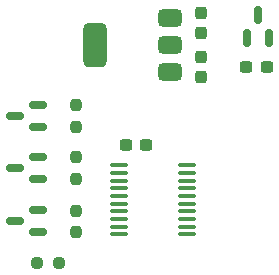
<source format=gbr>
%TF.GenerationSoftware,KiCad,Pcbnew,9.0.0-9.0.0-2~ubuntu24.04.1*%
%TF.CreationDate,2025-03-10T00:00:20+00:00*%
%TF.ProjectId,boondocker-softstart,626f6f6e-646f-4636-9b65-722d736f6674,rev?*%
%TF.SameCoordinates,Original*%
%TF.FileFunction,Paste,Top*%
%TF.FilePolarity,Positive*%
%FSLAX46Y46*%
G04 Gerber Fmt 4.6, Leading zero omitted, Abs format (unit mm)*
G04 Created by KiCad (PCBNEW 9.0.0-9.0.0-2~ubuntu24.04.1) date 2025-03-10 00:00:20*
%MOMM*%
%LPD*%
G01*
G04 APERTURE LIST*
G04 Aperture macros list*
%AMRoundRect*
0 Rectangle with rounded corners*
0 $1 Rounding radius*
0 $2 $3 $4 $5 $6 $7 $8 $9 X,Y pos of 4 corners*
0 Add a 4 corners polygon primitive as box body*
4,1,4,$2,$3,$4,$5,$6,$7,$8,$9,$2,$3,0*
0 Add four circle primitives for the rounded corners*
1,1,$1+$1,$2,$3*
1,1,$1+$1,$4,$5*
1,1,$1+$1,$6,$7*
1,1,$1+$1,$8,$9*
0 Add four rect primitives between the rounded corners*
20,1,$1+$1,$2,$3,$4,$5,0*
20,1,$1+$1,$4,$5,$6,$7,0*
20,1,$1+$1,$6,$7,$8,$9,0*
20,1,$1+$1,$8,$9,$2,$3,0*%
G04 Aperture macros list end*
%ADD10RoundRect,0.237500X-0.250000X-0.237500X0.250000X-0.237500X0.250000X0.237500X-0.250000X0.237500X0*%
%ADD11RoundRect,0.237500X0.300000X0.237500X-0.300000X0.237500X-0.300000X-0.237500X0.300000X-0.237500X0*%
%ADD12RoundRect,0.237500X-0.237500X0.300000X-0.237500X-0.300000X0.237500X-0.300000X0.237500X0.300000X0*%
%ADD13RoundRect,0.150000X0.587500X0.150000X-0.587500X0.150000X-0.587500X-0.150000X0.587500X-0.150000X0*%
%ADD14RoundRect,0.100000X-0.637500X-0.100000X0.637500X-0.100000X0.637500X0.100000X-0.637500X0.100000X0*%
%ADD15RoundRect,0.237500X-0.237500X0.250000X-0.237500X-0.250000X0.237500X-0.250000X0.237500X0.250000X0*%
%ADD16RoundRect,0.237500X0.237500X-0.300000X0.237500X0.300000X-0.237500X0.300000X-0.237500X-0.300000X0*%
%ADD17RoundRect,0.375000X0.625000X0.375000X-0.625000X0.375000X-0.625000X-0.375000X0.625000X-0.375000X0*%
%ADD18RoundRect,0.500000X0.500000X1.400000X-0.500000X1.400000X-0.500000X-1.400000X0.500000X-1.400000X0*%
%ADD19RoundRect,0.150000X0.150000X-0.587500X0.150000X0.587500X-0.150000X0.587500X-0.150000X-0.587500X0*%
G04 APERTURE END LIST*
D10*
%TO.C,R1*%
X87337500Y-98200000D03*
X89162500Y-98200000D03*
%TD*%
D11*
%TO.C,C4*%
X106750000Y-81650000D03*
X105025000Y-81650000D03*
%TD*%
D12*
%TO.C,C2*%
X101200000Y-77050000D03*
X101200000Y-78775000D03*
%TD*%
D13*
%TO.C,Q2*%
X87350000Y-91100000D03*
X87350000Y-89200000D03*
X85475000Y-90150000D03*
%TD*%
%TO.C,Q1*%
X87350000Y-86700000D03*
X87350000Y-84800000D03*
X85475000Y-85750000D03*
%TD*%
D14*
%TO.C,U1*%
X94250000Y-89950000D03*
X94250000Y-90600000D03*
X94250000Y-91250000D03*
X94250000Y-91900000D03*
X94250000Y-92550000D03*
X94250000Y-93200000D03*
X94250000Y-93850000D03*
X94250000Y-94500000D03*
X94250000Y-95150000D03*
X94250000Y-95800000D03*
X99975000Y-95800000D03*
X99975000Y-95150000D03*
X99975000Y-94500000D03*
X99975000Y-93850000D03*
X99975000Y-93200000D03*
X99975000Y-92550000D03*
X99975000Y-91900000D03*
X99975000Y-91250000D03*
X99975000Y-90600000D03*
X99975000Y-89950000D03*
%TD*%
D15*
%TO.C,R4*%
X90650000Y-93775000D03*
X90650000Y-95600000D03*
%TD*%
D16*
%TO.C,C1*%
X101200000Y-82475000D03*
X101200000Y-80750000D03*
%TD*%
D17*
%TO.C,U4*%
X98550000Y-82050000D03*
X98550000Y-79750000D03*
D18*
X92250000Y-79750000D03*
D17*
X98550000Y-77450000D03*
%TD*%
D13*
%TO.C,Q3*%
X87350000Y-95600000D03*
X87350000Y-93700000D03*
X85475000Y-94650000D03*
%TD*%
D19*
%TO.C,U3*%
X105050000Y-79125000D03*
X106950000Y-79125000D03*
X106000000Y-77250000D03*
%TD*%
D11*
%TO.C,C3*%
X96575000Y-88250000D03*
X94850000Y-88250000D03*
%TD*%
D15*
%TO.C,R3*%
X90650000Y-89275000D03*
X90650000Y-91100000D03*
%TD*%
%TO.C,R2*%
X90650000Y-84875000D03*
X90650000Y-86700000D03*
%TD*%
M02*

</source>
